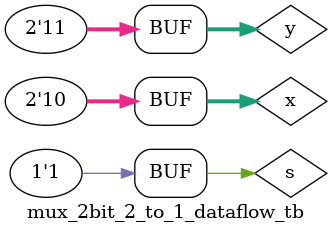
<source format=v>
`timescale 1ns / 1ps

module Mux21_2bit_dataflow_task3(
    input [1:0] x, y,
    input s,
    output [1:0] m);
    
    assign #3 m = (s)?x:y;
    
endmodule


`timescale 1ns / 1ps
//////////////////////////////////////////////////////////////////////////////////
// Module Name: mux_2bit_2_to_1_dataflow_tb
//////////////////////////////////////////////////////////////////////////////////

module mux_2bit_2_to_1_dataflow_tb(
    );
    
    reg [1:0] x, y;
	reg s;
    wire [1:0] m;
    
    Mux21_2bit_dataflow_task3 DUT (.x(x), .y(y), .s(s), .m(m));
    
 
    initial
    begin
      x = 0; y = 0; s = 0;
      #3 x = 1;
      #3 y = 1;
      #3 x = 3; y = 0;
      #3 x = 2; y = 3;
      #3 s = 1;
      #3 x = 1;
      #3 y = 1;
      #3 x = 3; y = 0;
      #3 x = 2; y = 3;
	#20;
    end

endmodule
</source>
